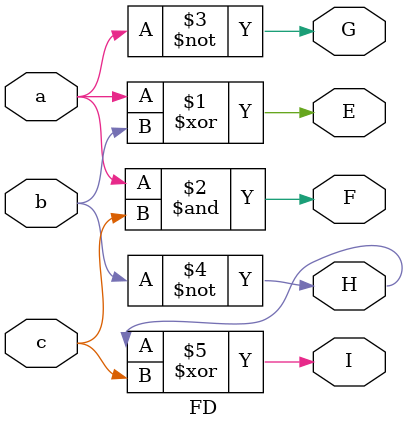
<source format=v>
module FD (a, b, c, E, F, G, H, I);
	input a, b, c;
	output E, F, G, H, I;
  assign E = a ^ b;
  assign F = a & c;
  assign G = ~ a;
  assign H = ~ b;
  assign I = H ^ c;
endmodule
// end of Verilog code


</source>
